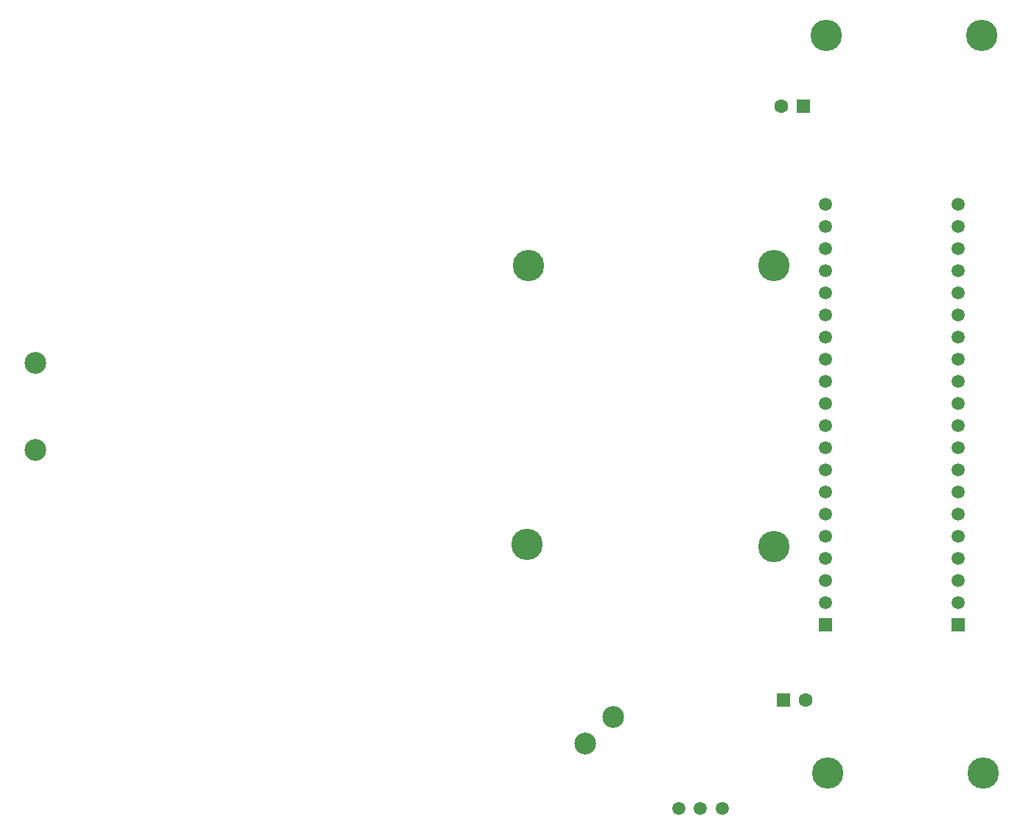
<source format=gbr>
G04*
G04 #@! TF.GenerationSoftware,Altium Limited,Altium Designer,25.5.2 (35)*
G04*
G04 Layer_Color=12632256*
%FSLAX25Y25*%
%MOIN*%
G70*
G04*
G04 #@! TF.SameCoordinates,3A6C04F0-8456-4D88-A865-9B6E00D0E649*
G04*
G04*
G04 #@! TF.FilePolarity,Positive*
G04*
G01*
G75*
%ADD50C,0.14173*%
%ADD51C,0.01575*%
%ADD52C,0.09843*%
%ADD53C,0.01968*%
%ADD54R,0.05984X0.05984*%
%ADD55C,0.05984*%
%ADD56C,0.05937*%
%ADD57R,0.06299X0.06299*%
%ADD58C,0.06299*%
D50*
X503709Y30000D02*
D03*
X433417D02*
D03*
X432882Y363500D02*
D03*
X503173D02*
D03*
X409000Y132500D02*
D03*
X297500Y133500D02*
D03*
X409000Y259500D02*
D03*
X298000D02*
D03*
D51*
X503500Y36000D02*
D03*
X507500Y34500D02*
D03*
X499500Y34000D02*
D03*
X509520Y30000D02*
D03*
X504000Y24500D02*
D03*
X499500Y26000D02*
D03*
X507500D02*
D03*
X498000Y30000D02*
D03*
X433209Y36000D02*
D03*
X437209Y34500D02*
D03*
X429209Y34000D02*
D03*
X439228Y30000D02*
D03*
X433709Y24500D02*
D03*
X429209Y26000D02*
D03*
X437209D02*
D03*
X427709Y30000D02*
D03*
X433091Y357500D02*
D03*
X429091Y359000D02*
D03*
X437091Y359500D02*
D03*
X427071Y363500D02*
D03*
X432591Y369000D02*
D03*
X437091Y367500D02*
D03*
X429091D02*
D03*
X438591Y363500D02*
D03*
X503382Y357500D02*
D03*
X499382Y359000D02*
D03*
X507382Y359500D02*
D03*
X497362Y363500D02*
D03*
X502882Y369000D02*
D03*
X507382Y367500D02*
D03*
X499382D02*
D03*
X508882Y363500D02*
D03*
D52*
X336500Y55500D02*
D03*
X323762Y43322D02*
D03*
X75000Y215370D02*
D03*
Y176000D02*
D03*
D53*
X409000Y265500D02*
D03*
X415000Y259500D02*
D03*
X409000Y253500D02*
D03*
X413500Y263500D02*
D03*
Y255500D02*
D03*
X404500D02*
D03*
X403000Y259500D02*
D03*
X404500Y263500D02*
D03*
X409000Y138500D02*
D03*
X413500Y136500D02*
D03*
X304000Y259500D02*
D03*
X298000Y253500D02*
D03*
X302500Y263500D02*
D03*
X292000Y259500D02*
D03*
X293500Y263500D02*
D03*
X302500Y255500D02*
D03*
X293500D02*
D03*
X298000Y265500D02*
D03*
X303500Y133500D02*
D03*
X297500Y127500D02*
D03*
X302000Y137500D02*
D03*
X291500Y133500D02*
D03*
X293000Y137500D02*
D03*
X302000Y129500D02*
D03*
X293000D02*
D03*
X297500Y139500D02*
D03*
X415000Y132500D02*
D03*
X409000Y126500D02*
D03*
X403000Y132500D02*
D03*
X404500Y136500D02*
D03*
X413500Y128500D02*
D03*
X404500D02*
D03*
D54*
X492500Y97000D02*
D03*
X432500D02*
D03*
D55*
X492500Y107000D02*
D03*
Y117000D02*
D03*
Y127000D02*
D03*
Y137000D02*
D03*
Y147000D02*
D03*
Y157000D02*
D03*
Y167000D02*
D03*
Y177000D02*
D03*
Y187000D02*
D03*
Y197000D02*
D03*
Y207000D02*
D03*
Y217000D02*
D03*
Y227000D02*
D03*
Y237000D02*
D03*
Y247000D02*
D03*
Y257000D02*
D03*
Y267000D02*
D03*
Y277000D02*
D03*
Y287000D02*
D03*
X432500Y107000D02*
D03*
Y117000D02*
D03*
Y127000D02*
D03*
Y137000D02*
D03*
Y147000D02*
D03*
Y157000D02*
D03*
Y167000D02*
D03*
Y177000D02*
D03*
Y217000D02*
D03*
Y227000D02*
D03*
Y257000D02*
D03*
Y267000D02*
D03*
Y277000D02*
D03*
Y287000D02*
D03*
Y207000D02*
D03*
Y247000D02*
D03*
Y187000D02*
D03*
Y197000D02*
D03*
Y237000D02*
D03*
D56*
X375843Y14000D02*
D03*
X366000D02*
D03*
X385685D02*
D03*
D57*
X413386Y63000D02*
D03*
X422500Y331500D02*
D03*
D58*
X423386Y63000D02*
D03*
X412500Y331500D02*
D03*
M02*

</source>
